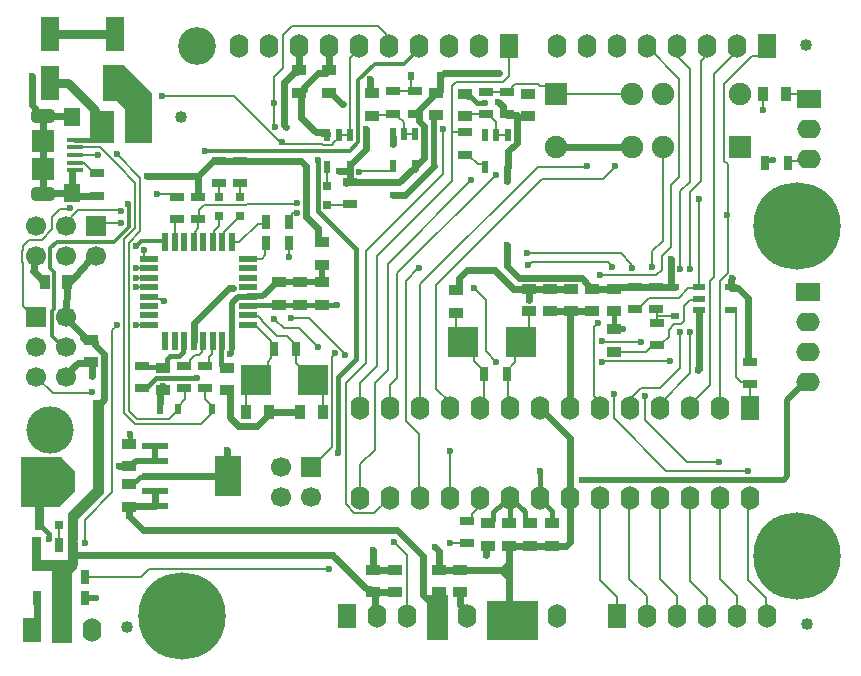
<source format=gtl>
G04*
G04 #@! TF.GenerationSoftware,Altium Limited,Altium Designer,23.2.1 (34)*
G04*
G04 Layer_Physical_Order=1*
G04 Layer_Color=255*
%FSLAX44Y44*%
%MOMM*%
G71*
G04*
G04 #@! TF.SameCoordinates,4F847AC2-02D0-4AD0-BDAF-0AB3E8A313E0*
G04*
G04*
G04 #@! TF.FilePolarity,Positive*
G04*
G01*
G75*
%ADD10C,0.5000*%
%ADD11C,0.2000*%
%ADD12C,0.3000*%
%ADD14C,0.4000*%
%ADD15R,1.3000X0.9000*%
%ADD16R,0.8000X0.8000*%
%ADD17R,1.3000X0.7000*%
%ADD18R,0.5500X1.0000*%
%ADD19R,0.9000X1.3000*%
%ADD20R,2.2000X3.5000*%
%ADD21R,2.2000X0.6000*%
%ADD22R,0.8000X0.8000*%
%ADD23R,0.7000X1.3000*%
%ADD24R,0.5500X1.5000*%
%ADD25R,1.5000X0.5500*%
%ADD26R,2.5000X2.6000*%
%ADD27R,1.0000X0.5500*%
%ADD28R,1.6000X3.0000*%
%ADD29R,2.0000X2.7000*%
%ADD30R,1.9000X1.9000*%
%ADD31R,1.4000X1.6000*%
%ADD32R,1.3500X0.4000*%
%ADD33R,0.6858X0.5588*%
%ADD34R,0.5588X0.6858*%
%ADD35R,0.6000X0.9000*%
%ADD58C,1.9000*%
%ADD59R,1.9000X1.9000*%
%ADD70C,1.0160*%
%ADD71C,0.6000*%
%ADD72C,0.8000*%
%ADD73C,1.7000*%
%ADD74R,1.7000X1.7000*%
%ADD75R,1.7000X1.7000*%
%ADD76C,4.0000*%
%ADD77O,1.6000X2.0000*%
%ADD78R,1.6000X2.0000*%
%ADD79O,2.0000X1.6000*%
%ADD80R,2.0000X1.6000*%
%ADD81C,3.2000*%
%ADD82C,7.4000*%
G04:AMPARAMS|DCode=83|XSize=2mm|YSize=1.2mm|CornerRadius=0.36mm|HoleSize=0mm|Usage=FLASHONLY|Rotation=0.000|XOffset=0mm|YOffset=0mm|HoleType=Round|Shape=RoundedRectangle|*
%AMROUNDEDRECTD83*
21,1,2.0000,0.4800,0,0,0.0*
21,1,1.2800,1.2000,0,0,0.0*
1,1,0.7200,0.6400,-0.2400*
1,1,0.7200,-0.6400,-0.2400*
1,1,0.7200,-0.6400,0.2400*
1,1,0.7200,0.6400,0.2400*
%
%ADD83ROUNDEDRECTD83*%
%ADD84C,0.6000*%
G36*
X365000Y6000D02*
X364586Y5000D01*
X347000D01*
Y43067D01*
X365000D01*
Y6000D01*
D02*
G37*
G36*
X441000Y5000D02*
X398000D01*
Y38000D01*
X441000D01*
Y5000D01*
D02*
G37*
G36*
X38750Y158750D02*
X49500Y148000D01*
Y131250D01*
X36000Y117750D01*
X23500D01*
Y99709D01*
X22750Y98750D01*
X15750D01*
Y117500D01*
X16250Y118000D01*
X3250D01*
Y160000D01*
X38750D01*
Y158750D01*
D02*
G37*
G36*
X74000Y130000D02*
X56000Y112000D01*
X51750Y107750D01*
Y89297D01*
X51500Y88694D01*
Y86306D01*
X51750Y85703D01*
Y68000D01*
X51000D01*
Y66000D01*
X47000Y62000D01*
Y3000D01*
X30000D01*
Y63750D01*
X13000D01*
Y92250D01*
X21000D01*
Y72750D01*
X43250D01*
Y112250D01*
X65000Y134000D01*
Y208714D01*
X74000D01*
X74000Y130000D01*
D02*
G37*
G36*
X115000Y468000D02*
X115000Y426000D01*
X92000D01*
Y455000D01*
X85000Y462000D01*
X73000D01*
Y492000D01*
X91000D01*
X115000Y468000D01*
D02*
G37*
D10*
X111982Y312018D02*
X112000Y312000D01*
X111984Y320016D02*
X112000Y320000D01*
X57500Y40500D02*
X67500D01*
X117250Y156700D02*
Y169400D01*
X101250Y156750D02*
X117200D01*
X117250Y156700D01*
X95000Y152500D02*
X97000D01*
X101250Y156750D01*
X182000Y290614D02*
X184000Y292614D01*
Y292614D01*
X182000Y258000D02*
Y290614D01*
X353250Y406250D02*
Y447750D01*
X196250Y296250D02*
X208250D01*
X220250Y308250D01*
X184000Y292614D02*
X187136Y295750D01*
X39000Y328271D02*
Y330600D01*
X649571Y141000D02*
X652500Y143929D01*
X478750Y141000D02*
X649571D01*
X195750Y295750D02*
X196250Y296250D01*
X220250Y308250D02*
X240250D01*
X187136Y295750D02*
X195750D01*
X652500Y143929D02*
Y208750D01*
X667750Y224000D02*
X669750D01*
X652500Y208750D02*
X667750Y224000D01*
X667400Y467500D02*
X671250Y463650D01*
X652750Y409925D02*
X653750Y410925D01*
X652750Y409000D02*
Y409925D01*
X669325Y410925D02*
X671250Y412850D01*
X258250Y308250D02*
Y323000D01*
X240250Y308250D02*
X258250D01*
D11*
X45174Y370432D02*
X45496Y370754D01*
X36462Y370432D02*
X45174D01*
X602000Y315865D02*
Y364500D01*
X595250Y309115D02*
X602000Y315865D01*
X595250Y201930D02*
Y309115D01*
X104595Y351345D02*
Y396655D01*
X95000Y199235D02*
Y341750D01*
X104595Y351345D01*
X108198Y328750D02*
X108948Y328000D01*
X108198Y328750D02*
Y335358D01*
X108948Y328000D02*
X112000D01*
X111877Y303877D02*
X112000Y304000D01*
X101009Y303754D02*
X101132Y303877D01*
X111841Y311877D02*
X111982Y312018D01*
X101123Y311877D02*
X111841D01*
X101000Y311754D02*
X101123Y311877D01*
X101132Y303877D02*
X111877D01*
X91000Y197500D02*
Y344756D01*
X100595Y354351D01*
X52227Y369000D02*
X88504D01*
X88754Y368750D01*
X100595Y354351D02*
Y392108D01*
X84750Y271265D02*
Y272250D01*
X81000Y267515D02*
X84750Y271265D01*
X81000Y130425D02*
Y267515D01*
X39227Y356000D02*
X52227Y369000D01*
X372386Y478000D02*
X411899D01*
X416560Y482660D01*
Y508000D01*
X368627Y474241D02*
X372386Y478000D01*
X368627Y435250D02*
Y474241D01*
X319072Y88322D02*
X330200Y77193D01*
X63250Y214250D02*
X64000Y215000D01*
X30450Y214250D02*
X63250D01*
X14000Y228200D02*
X16500D01*
X30450Y214250D01*
X84750Y416500D02*
X104595Y396655D01*
X70235Y422500D02*
X85415Y407320D01*
Y407288D02*
X100595Y392108D01*
X49375Y422500D02*
X70235D01*
X85415Y407288D02*
Y407320D01*
X69650Y358250D02*
X88754D01*
X133750Y382500D02*
X135750Y380500D01*
X118750Y382500D02*
X133750D01*
X226196Y269304D02*
X239196D01*
X218250Y277250D02*
X226196Y269304D01*
X223765Y426250D02*
X225332D01*
X184015Y466000D02*
X223265Y426750D01*
X224250D01*
X266993Y424750D02*
X268750Y426507D01*
X225332Y426250D02*
X226734Y424849D01*
X259007Y424750D02*
X266993D01*
X258909Y424849D02*
X259007Y424750D01*
X226734Y424849D02*
X258909D01*
X123000Y466000D02*
X184015D01*
X217750Y459518D02*
X218134Y459134D01*
Y440366D02*
Y459134D01*
Y440366D02*
X218500Y440000D01*
X520485Y321015D02*
X521250Y320250D01*
X511750Y332500D02*
X520485Y323765D01*
Y321015D02*
Y323765D01*
X432000Y332500D02*
X511750D01*
X322000Y315750D02*
X405500Y399250D01*
X339750Y320000D02*
X340750D01*
X322000Y227000D02*
Y315750D01*
X329250Y309500D02*
X339750Y320000D01*
X397404Y249846D02*
Y292846D01*
X387250Y303000D02*
X397404Y292846D01*
Y249846D02*
X406250Y241000D01*
X433000Y322750D02*
X433245D01*
X436172Y325676D01*
X355000Y305650D02*
X445101Y395750D01*
X496771D01*
X355000Y218023D02*
Y305650D01*
X329250Y190750D02*
Y309500D01*
X341250Y306250D02*
X441000Y406000D01*
X341250Y201930D02*
Y306250D01*
X441000Y406000D02*
X482000D01*
X100250Y188250D02*
X155750D01*
X91000Y197500D02*
X100250Y188250D01*
X155750D02*
X164250Y196750D01*
X57500Y106925D02*
X81000Y130425D01*
X101016Y320016D02*
X111983D01*
X111984Y320016D01*
X101000Y320031D02*
X101016Y320016D01*
X111812Y272188D02*
X112000Y272000D01*
X95000Y199235D02*
X101985Y192250D01*
X101000Y272375D02*
X101187Y272188D01*
X111812D01*
X113750Y294250D02*
X121161D01*
X123380Y292031D02*
X124333D01*
X112000Y296000D02*
X113750Y294250D01*
X121161D02*
X123380Y292031D01*
X67150Y355750D02*
X69650Y358250D01*
X538250Y334250D02*
X547250Y343250D01*
X538250Y320750D02*
Y334250D01*
X500906Y325426D02*
Y325676D01*
X504250Y321000D02*
Y322082D01*
X500906Y325426D02*
X504250Y322082D01*
X494250Y314000D02*
X541571D01*
X546250Y318679D01*
X436172Y325676D02*
X500906D01*
X232000Y278000D02*
X247470D01*
X275118Y250182D02*
X277967Y247332D01*
X269118Y246978D02*
Y247868D01*
X266750Y244610D02*
X269118Y246978D01*
X275118Y250182D02*
Y250353D01*
X247470Y278000D02*
X275118Y250353D01*
X266750Y168250D02*
Y244610D01*
X277967Y246250D02*
Y247332D01*
X601250Y365250D02*
X602000Y366000D01*
X601250Y365250D02*
X602000Y364500D01*
Y366000D02*
Y407843D01*
X598750Y411093D02*
X602000Y407843D01*
X496250Y257750D02*
X528500D01*
X528750Y257500D01*
X496000Y258000D02*
X496250Y257750D01*
X236382Y366382D02*
X237000Y367000D01*
X234132Y366382D02*
X236382D01*
X236500Y374500D02*
X237000Y375000D01*
X195743Y374500D02*
X236500D01*
X194493Y373250D02*
X195743Y374500D01*
X230250Y362500D02*
X234132Y366382D01*
X366650Y125730D02*
Y165150D01*
X174000Y342000D02*
X175746Y343746D01*
Y350746D02*
X189250Y364250D01*
X175746Y343746D02*
Y350746D01*
X488500Y212057D02*
Y270571D01*
X493650Y201930D02*
Y206907D01*
X488500Y212057D02*
X493650Y206907D01*
X488500Y270571D02*
X491802Y273873D01*
X496500Y241250D02*
X553000D01*
X491802Y273873D02*
Y274000D01*
X496000Y240750D02*
X496500Y241250D01*
X553000D02*
X553500Y241750D01*
X505500Y193000D02*
Y213500D01*
Y193000D02*
X550000Y148500D01*
X539000Y285000D02*
X541250D01*
X541500Y285250D01*
X561750Y264892D02*
Y265750D01*
X541750Y256500D02*
X546250D01*
X551907Y262157D01*
Y267907D01*
X556750Y272750D02*
X562572D01*
X551907Y267907D02*
X556750Y272750D01*
X561816Y235916D02*
Y264826D01*
X561750Y264892D02*
X561816Y264826D01*
X544899Y219000D02*
X561816Y235916D01*
X217750Y459518D02*
Y482021D01*
X225360Y489631D01*
X154250Y368907D02*
X158593Y373250D01*
X194493D01*
X230250Y359500D02*
Y362500D01*
X239196Y269304D02*
X255500Y253000D01*
X249900Y151400D02*
X266750Y168250D01*
X230250Y341750D02*
X230250Y341750D01*
X230250Y329250D02*
Y341750D01*
X268750Y426507D02*
Y426750D01*
X272500Y430500D01*
Y432750D01*
X263000Y389750D02*
Y405750D01*
X263000Y405750D02*
X263000Y405750D01*
X282000Y435000D02*
Y497657D01*
X290000Y401341D02*
X291082D01*
X291991Y402250D01*
X316500D01*
X318250Y404000D01*
Y406250D01*
X531899Y191850D02*
Y212000D01*
Y191850D02*
X567500Y156250D01*
X519050Y201930D02*
X521346Y204226D01*
Y211346D01*
X529000Y219000D02*
X544899D01*
X521346Y211346D02*
X529000Y219000D01*
X29750Y352887D02*
Y363721D01*
X21114Y344250D02*
X29750Y352887D01*
Y363721D02*
X36462Y370432D01*
X18571Y344000D02*
X18821Y344250D01*
X21114D01*
X5000Y288000D02*
Y325437D01*
Y335263D02*
Y338970D01*
Y288000D02*
X14000Y279000D01*
X5000Y338970D02*
X10029Y344000D01*
X4850Y325587D02*
Y335113D01*
X5000Y335263D01*
X4850Y325587D02*
X5000Y325437D01*
X330200Y25400D02*
Y77193D01*
X264000Y65750D02*
X264750Y65000D01*
X112250Y65750D02*
X264000D01*
X302850Y112730D02*
X315850Y125730D01*
X285894Y112730D02*
X302850D01*
X278450Y120174D02*
X285894Y112730D01*
X278450Y120174D02*
Y222450D01*
X290850Y126130D02*
Y154100D01*
X303000Y166250D01*
Y223000D01*
X290450Y125730D02*
X290850Y126130D01*
X105000Y58500D02*
X112250Y65750D01*
X57500Y87500D02*
Y106925D01*
X57500Y58500D02*
X105000D01*
X129000Y192250D02*
X135500Y198750D01*
X101985Y192250D02*
X129000D01*
X217750Y249000D02*
X217750D01*
X216250Y250500D02*
X217750Y252000D01*
X216250Y247500D02*
Y250500D01*
X216250Y247500D02*
X216250D01*
X215750Y243750D02*
Y247000D01*
X216250Y247500D01*
X215750Y248000D02*
X216250Y247500D01*
X202750Y271250D02*
X215750Y258250D01*
X216250Y247500D02*
X217750Y249000D01*
X212618Y240618D02*
X215750Y243750D01*
Y248000D02*
Y258250D01*
X303000Y223000D02*
X314000Y234000D01*
X551143Y335250D02*
X551321D01*
X554250Y338179D02*
Y390250D01*
X546250Y318679D02*
Y330357D01*
X551321Y335250D02*
X554250Y338179D01*
Y390250D02*
X561000Y397000D01*
X546250Y330357D02*
X551143Y335250D01*
X561000Y397000D02*
Y480400D01*
X533400Y508000D02*
X561000Y480400D01*
X547250Y343250D02*
Y422250D01*
X561750Y319250D02*
Y385135D01*
X569750Y319250D02*
Y384649D01*
X68250Y416000D02*
X68750Y415500D01*
X49375Y416000D02*
X68250D01*
X355000Y218023D02*
X366650Y206373D01*
X164250Y196750D02*
Y201750D01*
X135500Y200250D02*
X136500Y201250D01*
X135500Y198750D02*
Y200250D01*
X136500Y201250D02*
Y202750D01*
X296000Y240000D02*
Y335000D01*
X278450Y222450D02*
X296000Y240000D01*
Y335000D02*
X360750Y399750D01*
X305000Y237000D02*
Y330000D01*
X290450Y201930D02*
Y222450D01*
X305000Y237000D01*
Y330000D02*
X368627Y393627D01*
Y435250D01*
X315850Y220850D02*
X322000Y227000D01*
X315850Y201930D02*
Y220850D01*
X314000Y234000D02*
Y323400D01*
X204657Y279250D02*
X207500Y276407D01*
Y275603D02*
X220603Y262500D01*
X229250D01*
X207500Y275603D02*
Y276407D01*
X196000Y272000D02*
X196750Y271250D01*
X202750D01*
X541750Y274000D02*
Y279558D01*
Y285000D01*
X533250Y249500D02*
X538750Y255000D01*
X541750D01*
X340750Y126230D02*
Y179250D01*
Y126230D02*
X341250Y125730D01*
X329250Y190750D02*
X340750Y179250D01*
X314000Y323400D02*
X385000Y394399D01*
X229250Y262500D02*
X236750Y255000D01*
X385000Y394399D02*
Y394750D01*
X196750Y279250D02*
X204657D01*
X236750Y239500D02*
X240250Y236000D01*
X240750D02*
X251250Y225500D01*
X236750Y239500D02*
Y255000D01*
X240250Y236000D02*
X240750D01*
X251250Y225000D02*
X259250Y217000D01*
X251250Y225000D02*
Y225500D01*
X212618Y236000D02*
Y240618D01*
X203618Y227000D02*
X212618Y236000D01*
X199000Y227000D02*
X203618D01*
X599000Y473092D02*
Y476000D01*
X598750Y411093D02*
Y472842D01*
X599000Y473092D01*
Y476000D02*
X622905Y499905D01*
X590000Y484750D02*
X609600Y504350D01*
X590000Y312351D02*
Y484750D01*
X586750Y309101D02*
X590000Y312351D01*
X577875Y303875D02*
Y378875D01*
X578000Y379000D01*
X570000Y393385D02*
Y489000D01*
X579000Y393899D02*
Y495407D01*
X569750Y384649D02*
X579000Y393899D01*
X561750Y385135D02*
X570000Y393385D01*
X577000Y303000D02*
X577875Y303875D01*
X210500Y341000D02*
X211250Y341750D01*
X210500Y331000D02*
Y341000D01*
X207500Y328000D02*
X210500Y331000D01*
X196000Y328000D02*
X207500D01*
X561096Y497904D02*
X570000Y489000D01*
X579000Y495407D02*
X581904Y498311D01*
Y505704D01*
X586750Y220830D02*
Y309101D01*
X581904Y505704D02*
X584200Y508000D01*
X360750Y399750D02*
Y437750D01*
X194250Y198000D02*
Y222250D01*
X199000Y227000D01*
X196000Y280000D02*
X196750Y279250D01*
X570000Y231000D02*
Y265500D01*
X569750Y265750D02*
X570000Y265500D01*
X565134Y275312D02*
Y288291D01*
X562572Y272750D02*
X565134Y275312D01*
X368627Y435250D02*
X379250D01*
X164250Y201750D02*
X165250Y202750D01*
X632000Y454000D02*
Y467500D01*
X632000Y467500D01*
X629000Y500000D02*
X635000Y506000D01*
X622905Y499905D02*
X626657D01*
X626752Y500000D02*
X629000D01*
X626657Y499905D02*
X626752Y500000D01*
X558800Y508000D02*
X561096Y505704D01*
Y497904D02*
Y505704D01*
X635000Y506000D02*
Y508000D01*
X609600Y504350D02*
Y508000D01*
X225360Y489631D02*
Y517360D01*
X233000Y525000D02*
X306000D01*
X312664Y518336D01*
Y510296D02*
X314960Y508000D01*
X312664Y510296D02*
Y518336D01*
X225360Y517360D02*
X233000Y525000D01*
X289560Y505217D02*
Y508000D01*
X282000Y497657D02*
X289560Y505217D01*
X272500Y432750D02*
X281250D01*
Y434250D01*
X282000Y435000D01*
X443157Y474000D02*
X449500D01*
X421843Y476000D02*
X441157D01*
X443157Y474000D01*
X449500D02*
X456250Y467250D01*
X419500Y470750D02*
Y473657D01*
X421843Y476000D01*
X418000Y469250D02*
X419500Y470750D01*
X397250Y469250D02*
X418000D01*
X544450Y205450D02*
X570000Y231000D01*
X569850Y201930D02*
Y203930D01*
X586750Y220830D01*
X366650Y201930D02*
Y206373D01*
X550000Y148500D02*
X619250D01*
X619250Y148500D01*
X567500Y156250D02*
X595000D01*
X544450Y201930D02*
Y205450D01*
X565134Y288291D02*
X570343Y293500D01*
X577000D01*
X367375Y87125D02*
X380875D01*
X381000Y87000D01*
X367250Y87250D02*
X367375Y87125D01*
X505500Y249500D02*
X533250D01*
X577000Y293500D02*
X577750Y294250D01*
X164250Y203750D02*
X165250Y202750D01*
X164250Y203750D02*
Y204500D01*
X159750Y209000D02*
X164250Y204500D01*
X159750Y209000D02*
Y218250D01*
X165250Y257250D02*
X166000Y258000D01*
X151000Y246500D02*
X154407D01*
X157250Y249343D01*
X165250Y247000D02*
Y257250D01*
X145000Y237250D02*
X146500Y238750D01*
X163118D02*
Y244868D01*
X165250Y247000D01*
X146500Y242000D02*
X151000Y246500D01*
X157250Y249343D02*
Y257250D01*
X146500Y238750D02*
Y242000D01*
X159750Y237250D02*
X161618D01*
X163118Y238750D01*
X153750Y361500D02*
X154250Y362000D01*
Y368907D01*
X496771Y395750D02*
X507000Y405979D01*
Y406250D01*
X188407Y341907D02*
X204093Y357593D01*
X182000Y342000D02*
X182093Y341907D01*
X204093Y357593D02*
X209750D01*
X211250Y359093D01*
Y359500D01*
X182093Y341907D02*
X188407D01*
X535797Y295203D02*
X560641D01*
X568438Y303000D01*
X528000Y287407D02*
X535797Y295203D01*
X482000Y406000D02*
X482500Y406500D01*
X259250Y198000D02*
Y217000D01*
X171250Y392000D02*
X171500Y391750D01*
Y380250D02*
Y391750D01*
X189000Y392000D02*
X189250Y391750D01*
Y380250D02*
Y391750D01*
X166750Y351142D02*
X171500Y355892D01*
X166750Y342750D02*
Y351142D01*
X171500Y355892D02*
Y364250D01*
X166000Y342000D02*
X166750Y342750D01*
X150750D02*
Y350657D01*
X150000Y342000D02*
X150750Y342750D01*
X153750Y353657D02*
Y361500D01*
X150750Y350657D02*
X153750Y353657D01*
X134000Y360000D02*
X135500Y361500D01*
X134000Y342000D02*
Y360000D01*
X135500Y361500D02*
X135750D01*
X63250Y401750D02*
Y403532D01*
X64750Y400250D02*
X67750D01*
X49375Y409500D02*
X57282D01*
X63250Y403532D01*
Y401750D02*
X64750Y400250D01*
X142750Y209000D02*
Y217500D01*
X142000Y218250D02*
X142750Y217500D01*
X136500Y202750D02*
X142750Y209000D01*
X142000Y237250D02*
X145000D01*
X157250Y257250D02*
X158000Y258000D01*
X568438Y303000D02*
X577000D01*
X526500Y285250D02*
X528000Y286750D01*
Y287407D01*
X523500Y285250D02*
X526500D01*
X387539Y241054D02*
X393843Y234750D01*
X387539Y241054D02*
Y247461D01*
X377750Y257250D02*
X387539Y247461D01*
X415000Y233250D02*
X422343Y240593D01*
Y252843D02*
X433500Y264000D01*
X422343Y240593D02*
Y252843D01*
X415000Y230250D02*
Y233250D01*
X393843Y234750D02*
X394500D01*
X372000Y262500D02*
Y282250D01*
X394500Y234750D02*
X396000Y233250D01*
Y211127D02*
Y233250D01*
X433500Y264000D02*
Y283500D01*
X416225Y203155D02*
Y229025D01*
X415000Y230250D02*
X416225Y229025D01*
Y203155D02*
X417450Y201930D01*
X392050Y207177D02*
X396000Y211127D01*
X392050Y201930D02*
Y207177D01*
X379250Y448500D02*
X381000Y450250D01*
X399000D01*
X405500Y443750D01*
X406250Y432750D02*
X415750D01*
X405500Y433500D02*
Y443750D01*
Y433500D02*
X406250Y432750D01*
X456250Y467250D02*
X521250D01*
X10029Y344000D02*
X18571D01*
X541750Y279558D02*
X557500D01*
X389000Y115000D02*
Y115403D01*
X389717Y123398D02*
X392050Y125730D01*
X385595Y107595D02*
Y111595D01*
X389000Y115000D01*
Y115403D02*
X389717Y116121D01*
Y123398D01*
X384000Y106000D02*
X385595Y107595D01*
X381000Y106000D02*
X384000D01*
X263125Y373875D02*
X281875D01*
X263000Y373750D02*
X263125Y373875D01*
X281875D02*
X282000Y374000D01*
X604750Y284750D02*
X607000D01*
X609000Y227750D02*
Y282750D01*
X607000Y284750D02*
X609000Y282750D01*
Y227750D02*
X613405Y223345D01*
X619155D01*
X620750Y221750D01*
X35693Y102500D02*
X36000Y85750D01*
X609600Y25400D02*
Y42150D01*
X595250Y56500D02*
Y125730D01*
Y56500D02*
X609600Y42150D01*
X619495Y56005D02*
Y124575D01*
Y56005D02*
X634287Y41213D01*
Y26113D02*
Y41213D01*
X493650Y56350D02*
X508000Y42000D01*
Y25400D02*
Y42000D01*
X493650Y56350D02*
Y125730D01*
X558800Y25400D02*
Y42450D01*
X544750Y56500D02*
Y125430D01*
Y56500D02*
X558800Y42450D01*
X518750Y57000D02*
Y125430D01*
Y57000D02*
X533400Y42350D01*
Y25400D02*
Y42350D01*
X301000Y449000D02*
X301875Y449875D01*
X327750Y433250D02*
X337250D01*
X334058Y470750D02*
X335058Y469750D01*
X319000D02*
X335058D01*
X334058Y470750D02*
Y483000D01*
X335058Y469750D02*
X337000D01*
X323000Y448386D02*
X327750Y443636D01*
Y433250D02*
Y443636D01*
X301875Y449875D02*
X318125D01*
X319000Y450750D01*
X322000D01*
X323000Y449750D01*
Y448386D02*
Y449750D01*
X390250Y408250D02*
X396500D01*
X396750Y408000D01*
X382250Y416250D02*
X390250Y408250D01*
X396750Y405750D02*
Y408000D01*
X379250Y416250D02*
X382250D01*
X651000Y467500D02*
X667400D01*
X653750Y410925D02*
X669325D01*
X620650Y201930D02*
Y221650D01*
X620750Y221750D01*
X634287Y26113D02*
X635000Y25400D01*
X619495Y124575D02*
X620650Y125730D01*
X569850D02*
X570250Y125330D01*
Y55000D02*
Y125330D01*
Y55000D02*
X584200Y41050D01*
Y25400D02*
Y41050D01*
X544450Y125730D02*
X544750Y125430D01*
X518750D02*
X519050Y125730D01*
D12*
X101000Y339188D02*
X101812D01*
X105305Y342682D01*
X95169Y371527D02*
X95254Y371442D01*
X95169Y371527D02*
Y374176D01*
X94595Y374750D02*
X95169Y374176D01*
X95254Y355558D02*
Y371442D01*
X95169Y355289D02*
Y355473D01*
X82380Y342500D02*
X95169Y355289D01*
Y355473D02*
X95254Y355558D01*
X105305Y342682D02*
X124750D01*
X281849Y419500D02*
X289000Y426651D01*
X159750Y419500D02*
X281849D01*
X125432Y342000D02*
X126000D01*
X124750Y342682D02*
X125432Y342000D01*
X33930Y342500D02*
X82380D01*
X289000Y479192D02*
X303160Y493353D01*
X289000Y426651D02*
Y479192D01*
X32000Y285571D02*
Y316700D01*
X30150Y262850D02*
Y283721D01*
X32000Y285571D01*
X30150Y262850D02*
X39400Y253600D01*
X28350Y320350D02*
X32000Y316700D01*
X28350Y320350D02*
Y336921D01*
X33930Y342500D01*
X327713Y493353D02*
X340360Y506000D01*
Y508000D01*
X303160Y493353D02*
X327713D01*
D14*
X27000Y90500D02*
Y95193D01*
X19693Y102500D02*
X27000Y95193D01*
X381750Y465000D02*
X384250D01*
X389500Y459750D02*
X396250D01*
X384250Y465000D02*
X389500Y459750D01*
X377500Y467500D02*
X381250D01*
X379250D02*
X381750Y465000D01*
X117843Y227000D02*
X152500D01*
X255000Y368093D02*
Y411250D01*
X254750Y411500D02*
X255000Y411250D01*
X175821Y235500D02*
X179500D01*
X181250Y248470D02*
Y257250D01*
X180321Y247541D02*
X181250Y248470D01*
Y257250D02*
X182000Y258000D01*
X180321Y247000D02*
Y247541D01*
X173321Y257321D02*
X174000Y258000D01*
X173321Y238000D02*
Y257321D01*
Y238000D02*
X175821Y235500D01*
X633750Y409000D02*
X635250Y410500D01*
Y411500D02*
X640000D01*
X635250Y410500D02*
Y411500D01*
X505500Y268500D02*
X513500D01*
X513750Y268750D01*
X505500Y268500D02*
X505500Y268500D01*
X505500Y268500D02*
Y283500D01*
X255000Y368093D02*
X287000Y336093D01*
X222250Y289288D02*
X270962D01*
X196750Y288750D02*
X203343D01*
X203843Y289250D01*
X222250D01*
X196000Y288000D02*
X196750Y288750D01*
X270962Y289288D02*
X271250Y289000D01*
X179500Y235500D02*
X180000Y235000D01*
X152500Y227000D02*
X152750Y227250D01*
X49000Y85601D02*
Y87500D01*
X104000Y143000D02*
X116250D01*
X117250Y144000D01*
X97500Y139750D02*
X100750D01*
X104000Y143000D01*
X95000Y171500D02*
X95750Y172250D01*
Y180000D01*
X95000Y137250D02*
X97500Y139750D01*
X64000Y429000D02*
Y432000D01*
X431000Y467500D02*
X435000D01*
X287000Y243101D02*
Y336093D01*
X272000Y228100D02*
X287000Y243101D01*
X272000Y164000D02*
Y228100D01*
X113500Y222657D02*
X117843Y227000D01*
X377250Y467250D02*
X377500Y467500D01*
X442925Y147925D02*
X443000Y148000D01*
X442850Y125730D02*
X442925Y125805D01*
Y147925D01*
X442850Y124900D02*
Y125730D01*
X49375Y429000D02*
X64000D01*
X109250Y218250D02*
X113500Y222500D01*
X106250Y218250D02*
X109250D01*
X113500Y222500D02*
Y222657D01*
X127703Y243282D02*
X130047Y245625D01*
X124000Y235500D02*
X125203D01*
X127703Y238000D02*
Y243282D01*
X137532Y245625D02*
X141250Y249343D01*
X130047Y245625D02*
X137532D01*
X125203Y235500D02*
X127703Y238000D01*
X106250Y237250D02*
X107125Y236375D01*
X123125D01*
X124000Y235500D01*
X141250Y249343D02*
Y257250D01*
X142000Y258000D01*
X428407Y116343D02*
X430750Y114000D01*
X417450Y125730D02*
X418697D01*
X428084Y116343D01*
X428407D01*
X430750Y106750D02*
X433250Y104250D01*
X435000D01*
X430750Y106750D02*
Y114000D01*
X403500Y113500D02*
X411434Y121434D01*
X413154D02*
X417450Y125730D01*
X411434Y121434D02*
X413154D01*
X403500Y106750D02*
Y113500D01*
X399000Y104250D02*
X401000D01*
X403500Y106750D01*
X442850Y124900D02*
X453000Y114750D01*
Y104250D02*
Y114750D01*
X417000Y104250D02*
X417450Y104700D01*
Y125730D01*
D15*
X62750Y240250D02*
D03*
Y259250D02*
D03*
X95000Y137250D02*
D03*
Y118250D02*
D03*
X95000Y171500D02*
D03*
Y152500D02*
D03*
X505500Y302500D02*
D03*
Y283500D02*
D03*
Y249500D02*
D03*
Y268500D02*
D03*
X301750Y45750D02*
D03*
Y64750D02*
D03*
X320000Y45750D02*
D03*
Y64750D02*
D03*
X357500Y45750D02*
D03*
Y64750D02*
D03*
X375750Y45750D02*
D03*
Y64750D02*
D03*
X433000Y448500D02*
D03*
Y467500D02*
D03*
X379250Y448500D02*
D03*
Y467500D02*
D03*
X355000Y468500D02*
D03*
Y449500D02*
D03*
X222250Y308250D02*
D03*
Y289250D02*
D03*
X258250Y308250D02*
D03*
Y289250D02*
D03*
X240250Y308250D02*
D03*
Y289250D02*
D03*
X301000Y449000D02*
D03*
Y468000D02*
D03*
X177750Y235500D02*
D03*
Y216500D02*
D03*
X124000Y235500D02*
D03*
Y216500D02*
D03*
X264500Y468500D02*
D03*
Y487500D02*
D03*
X451500Y283500D02*
D03*
Y302500D02*
D03*
X469750Y283500D02*
D03*
Y302500D02*
D03*
X238750Y487750D02*
D03*
Y468750D02*
D03*
X435000Y104250D02*
D03*
Y85250D02*
D03*
X417000Y104250D02*
D03*
Y85250D02*
D03*
X453000Y104250D02*
D03*
Y85250D02*
D03*
X372000Y282250D02*
D03*
Y301250D02*
D03*
X433500Y283500D02*
D03*
Y302500D02*
D03*
X258250Y323000D02*
D03*
Y342000D02*
D03*
X487500Y283500D02*
D03*
Y302500D02*
D03*
X399000Y104250D02*
D03*
Y85250D02*
D03*
D16*
X263000Y389750D02*
D03*
Y373750D02*
D03*
X171500Y380250D02*
D03*
Y364250D02*
D03*
X189250Y380250D02*
D03*
Y364250D02*
D03*
D17*
X282000Y374000D02*
D03*
Y393000D02*
D03*
X106250Y237250D02*
D03*
Y218250D02*
D03*
X620750Y240750D02*
D03*
Y221750D02*
D03*
X523500Y304250D02*
D03*
Y285250D02*
D03*
X541500Y304250D02*
D03*
Y285250D02*
D03*
X541750Y255000D02*
D03*
Y274000D02*
D03*
X415000Y450250D02*
D03*
Y469250D02*
D03*
X379250Y435250D02*
D03*
Y416250D02*
D03*
X397250Y450250D02*
D03*
Y469250D02*
D03*
X153750Y380500D02*
D03*
Y361500D02*
D03*
X171250Y411000D02*
D03*
Y392000D02*
D03*
X189000Y411000D02*
D03*
Y392000D02*
D03*
X337000Y450750D02*
D03*
Y469750D02*
D03*
X319000Y450750D02*
D03*
Y469750D02*
D03*
X135750Y380500D02*
D03*
Y361500D02*
D03*
X159750Y237250D02*
D03*
Y218250D02*
D03*
X142000Y237250D02*
D03*
Y218250D02*
D03*
X67750Y381250D02*
D03*
Y400250D02*
D03*
X381000Y87000D02*
D03*
Y106000D02*
D03*
D18*
X263000Y405750D02*
D03*
X282000D02*
D03*
X263000Y432750D02*
D03*
X272500D02*
D03*
X282000D02*
D03*
X415750Y432750D02*
D03*
X406250D02*
D03*
X396750D02*
D03*
X415750Y405750D02*
D03*
X396750D02*
D03*
X337250Y433250D02*
D03*
X327750D02*
D03*
X318250D02*
D03*
X337250Y406250D02*
D03*
X318250D02*
D03*
D19*
X43000Y308750D02*
D03*
X24000D02*
D03*
X259250Y198000D02*
D03*
X240250D02*
D03*
X194250D02*
D03*
X213250D02*
D03*
X651000Y467500D02*
D03*
X632000D02*
D03*
D20*
X179250Y144000D02*
D03*
D21*
X117250Y118600D02*
D03*
Y131300D02*
D03*
Y144000D02*
D03*
Y156700D02*
D03*
Y169400D02*
D03*
D22*
X35693Y102500D02*
D03*
X19693D02*
D03*
D23*
X17000Y85750D02*
D03*
X36000D02*
D03*
X38500Y58500D02*
D03*
X57500D02*
D03*
Y40500D02*
D03*
X38500D02*
D03*
X36000D02*
D03*
X17000D02*
D03*
X396000Y230250D02*
D03*
X415000D02*
D03*
X236750Y252000D02*
D03*
X217750D02*
D03*
X230250Y359500D02*
D03*
X211250D02*
D03*
X230250Y341750D02*
D03*
X211250D02*
D03*
X652750Y409000D02*
D03*
X633750D02*
D03*
D24*
X182000Y258000D02*
D03*
X174000D02*
D03*
X166000D02*
D03*
X158000D02*
D03*
X150000D02*
D03*
X142000D02*
D03*
X134000D02*
D03*
X126000D02*
D03*
Y342000D02*
D03*
X134000D02*
D03*
X142000D02*
D03*
X150000D02*
D03*
X158000D02*
D03*
X166000D02*
D03*
X174000D02*
D03*
X182000D02*
D03*
D25*
X112000Y272000D02*
D03*
Y280000D02*
D03*
Y288000D02*
D03*
Y296000D02*
D03*
Y304000D02*
D03*
Y312000D02*
D03*
Y320000D02*
D03*
Y328000D02*
D03*
X196000D02*
D03*
Y320000D02*
D03*
Y312000D02*
D03*
Y304000D02*
D03*
Y296000D02*
D03*
Y288000D02*
D03*
Y280000D02*
D03*
Y272000D02*
D03*
D26*
X377750Y257250D02*
D03*
X426750D02*
D03*
X251250Y225000D02*
D03*
X202250D02*
D03*
D27*
X577750Y303750D02*
D03*
Y294250D02*
D03*
Y284750D02*
D03*
X604750Y303750D02*
D03*
Y284750D02*
D03*
D28*
X28000Y477250D02*
D03*
Y518250D02*
D03*
X83250Y477000D02*
D03*
Y518000D02*
D03*
D29*
X72000Y440000D02*
D03*
X104000D02*
D03*
D30*
X22625Y404000D02*
D03*
Y428000D02*
D03*
D31*
X47125Y384000D02*
D03*
Y448000D02*
D03*
D32*
X49375Y403000D02*
D03*
Y409500D02*
D03*
Y416000D02*
D03*
Y422500D02*
D03*
Y429000D02*
D03*
D33*
X557500Y303942D02*
D03*
Y279558D02*
D03*
D34*
X358442Y483000D02*
D03*
X334058D02*
D03*
D35*
X180250Y201250D02*
D03*
X165250D02*
D03*
X121500D02*
D03*
X136500D02*
D03*
D58*
X547250Y422250D02*
D03*
Y467250D02*
D03*
X612250D02*
D03*
X456250Y422250D02*
D03*
X521250D02*
D03*
Y467250D02*
D03*
D59*
X612250Y422250D02*
D03*
X456250Y467250D02*
D03*
D70*
X139500Y447750D02*
D03*
X668500Y509250D02*
D03*
X669500Y19000D02*
D03*
X93000Y16500D02*
D03*
D71*
X605000Y304000D02*
Y310380D01*
X606000Y311380D01*
X107021Y98250D02*
X322000D01*
X468250Y201930D02*
Y282000D01*
X469750Y283500D01*
X487500D01*
X451500D02*
X469750D01*
X344000Y43000D02*
Y76250D01*
X322000Y98250D02*
X344000Y76250D01*
X74250Y209011D02*
Y247250D01*
X68000Y202761D02*
X74250Y209011D01*
X66250Y255250D02*
X74250Y247250D01*
X124000Y216500D02*
Y220000D01*
X123000Y216500D02*
X124000D01*
X110483Y397812D02*
X153812D01*
X189000Y411000D02*
X240500D01*
X171250D02*
X189000D01*
X240500D02*
X245000Y406500D01*
X415500Y321500D02*
Y339500D01*
Y321500D02*
X425000Y312000D01*
X404750Y318250D02*
X420343Y302657D01*
X381000Y318250D02*
X404750D01*
X374610Y311861D02*
X381000Y318250D01*
X64000Y229000D02*
Y238750D01*
X62750D02*
X64000D01*
X61250Y240250D02*
Y240500D01*
Y240250D02*
X62750Y238750D01*
X87000Y152750D02*
X94750D01*
X245000Y363750D02*
X254750Y354000D01*
X245000Y363750D02*
Y406500D01*
X254750Y343500D02*
Y354000D01*
X256250Y342000D02*
X258250D01*
X254750Y343500D02*
X256250Y342000D01*
X166500Y410500D02*
X170750D01*
X153000Y397000D02*
X166500Y410500D01*
X170750D02*
X171250Y411000D01*
X241000Y447250D02*
Y467250D01*
X253250Y435000D02*
X258620D01*
X241000Y447250D02*
X253250Y435000D01*
X258870Y434750D02*
X262750D01*
X263000Y434500D01*
X258620Y435000D02*
X258870Y434750D01*
X239500Y468750D02*
X241000Y467250D01*
X282000Y402250D02*
Y405750D01*
Y393000D02*
Y402250D01*
X281750Y402000D02*
X282000Y402250D01*
X273000Y402000D02*
X281750D01*
X255000Y485000D02*
X262000D01*
X243250Y471250D02*
Y473250D01*
X226765Y440985D02*
Y477765D01*
Y440985D02*
X228000Y439750D01*
X262000Y485000D02*
X264500Y487500D01*
X226765Y477765D02*
X235250Y486250D01*
X238750Y468750D02*
X240750D01*
X243250Y473250D02*
X255000Y485000D01*
X240750Y468750D02*
X243250Y471250D01*
X282000Y405750D02*
Y407500D01*
X318500Y425250D02*
Y431250D01*
Y425250D02*
X318500Y425250D01*
X329000Y382000D02*
X353250Y406250D01*
X319000Y382000D02*
X329000D01*
X295500Y421000D02*
Y437500D01*
X264500Y468500D02*
X266500D01*
X275750Y459250D01*
X276000D01*
X282250Y407750D02*
X295500Y421000D01*
X95271Y110000D02*
X107021Y98250D01*
X14750Y318000D02*
Y329450D01*
X14250Y329950D02*
X14750Y329450D01*
X299500Y469500D02*
X301000Y468000D01*
X299500Y469500D02*
Y480500D01*
X22000Y392000D02*
Y426000D01*
X14250Y318000D02*
X21250Y311000D01*
Y309000D02*
Y311000D01*
X58000Y259500D02*
X60000D01*
X39400Y279000D02*
X41000Y280600D01*
X56500Y261000D02*
Y263500D01*
X61250Y260250D02*
X63750D01*
X39400Y279000D02*
X41000D01*
X56500Y261000D02*
X58000Y259500D01*
X41000Y279000D02*
X56500Y263500D01*
X51585Y239687D02*
X60437D01*
X42150Y227950D02*
Y230252D01*
X51585Y239687D01*
X60437D02*
X61250Y240500D01*
X66250Y255250D02*
Y257750D01*
X63750Y260250D02*
X66250Y257750D01*
X43000Y308750D02*
X45723Y308951D01*
X64400Y330600D01*
X49875Y381250D02*
X67750D01*
X61750Y380750D02*
X67250D01*
X22000Y383625D02*
Y392000D01*
Y383625D02*
X22625Y383000D01*
X67250Y380750D02*
X67750Y381250D01*
X121500Y206250D02*
Y215000D01*
X123000Y216500D01*
X95000Y110000D02*
X95271D01*
X413000Y66250D02*
X415668Y68918D01*
X354430Y83820D02*
X357500Y80750D01*
Y64750D02*
Y80750D01*
X95000Y118250D02*
X95000Y118250D01*
Y110000D02*
Y118250D01*
X95000Y118250D02*
X95175Y118425D01*
X355600Y25400D02*
Y30377D01*
X351640Y34337D02*
X355600Y30377D01*
X351640Y34337D02*
Y35360D01*
X344000Y43000D02*
X351640Y35360D01*
X267117Y77383D02*
X296250Y48250D01*
X265703Y77383D02*
X267117D01*
X265586Y77500D02*
X265703Y77383D01*
X46687Y77500D02*
X265586D01*
X296250Y48250D02*
X299250D01*
X417071Y36071D02*
Y85179D01*
X375750Y64750D02*
X414306D01*
X301500Y81250D02*
X301750Y81000D01*
X299250Y48250D02*
X301750Y45750D01*
X301775D01*
X320000D01*
X412500Y61750D02*
X415168Y59082D01*
X301750Y66250D02*
Y81000D01*
X357500Y64750D02*
X375750D01*
X300250Y64750D02*
X320000D01*
X300250D02*
X301750Y66250D01*
X95175Y118425D02*
X117075D01*
X94750Y152750D02*
X95000Y152500D01*
X178250Y165750D02*
Y166000D01*
Y165750D02*
X178500Y165500D01*
Y144750D02*
X179250Y144000D01*
X178500Y144750D02*
Y165500D01*
X117250Y144000D02*
X179250D01*
X180375Y193804D02*
X187679Y186500D01*
X203750D01*
X211750Y194500D01*
X180250Y197993D02*
Y201250D01*
X180375Y193804D02*
Y197868D01*
X211750Y196500D02*
X213250Y198000D01*
X180250Y197993D02*
X180375Y197868D01*
X180250Y201250D02*
Y202750D01*
X211750Y194500D02*
Y196500D01*
X117250Y118600D02*
Y131300D01*
X213250Y198000D02*
X240250D01*
X180250Y203000D02*
Y215000D01*
Y202750D02*
X180500Y203000D01*
X179250Y215000D02*
X180250D01*
X177750Y216500D02*
X179250Y215000D01*
X406400Y25400D02*
X417071Y36071D01*
X303275Y26925D02*
X304800Y25400D01*
X301775Y45750D02*
X303275Y44250D01*
Y26925D02*
Y44250D01*
X12600Y13500D02*
X17000Y17900D01*
Y40500D01*
X553750Y315936D02*
Y327250D01*
Y315936D02*
X553830Y315856D01*
Y304170D02*
Y315856D01*
X553750Y327250D02*
X554250Y327750D01*
X553830Y304170D02*
X554058Y303942D01*
X541654Y304096D02*
X554058D01*
X42150Y278750D02*
X43000Y308750D01*
X374610Y302750D02*
Y311861D01*
X373111Y301250D02*
X374610Y302750D01*
X372000Y301250D02*
X373111D01*
X47125Y384000D02*
X49875Y381250D01*
X278500Y392500D02*
X279000Y393000D01*
X282000D01*
X180000Y303000D02*
X183500D01*
X150250Y273250D02*
X180000Y303000D01*
X415500Y393750D02*
Y405500D01*
X150250Y269000D02*
Y273250D01*
X150250Y258250D02*
Y269000D01*
X153750Y380500D02*
Y396250D01*
X375750Y35286D02*
Y45750D01*
X381000Y25400D02*
Y30036D01*
X375750Y35286D02*
X381000Y30036D01*
X406400Y25400D02*
X431800D01*
X22000Y426000D02*
Y434000D01*
Y441000D01*
Y448375D01*
X22625Y449000D01*
X23125Y383500D02*
X46625D01*
X22625Y383000D02*
X23125Y383500D01*
X47000Y384125D02*
Y401000D01*
Y384125D02*
X47125Y384000D01*
X46625Y383500D02*
X47125Y384000D01*
X83250Y470000D02*
X97000Y456250D01*
X337250Y404500D02*
Y406250D01*
X337000Y404250D02*
X337250Y404500D01*
X335250Y404250D02*
X337000D01*
X324000Y393000D02*
X335250Y404250D01*
X282000Y393000D02*
X324000D01*
X345000Y413175D02*
Y440321D01*
X340075Y408250D02*
X345000Y413175D01*
X28000Y130050D02*
Y139250D01*
X337500Y408250D02*
X340075D01*
X353250Y447750D02*
X355000Y449500D01*
X13250Y458093D02*
Y482750D01*
X19491Y449000D02*
X22625D01*
X13250Y458093D02*
X15613Y455730D01*
Y452878D02*
Y455730D01*
Y452878D02*
X19491Y449000D01*
X407891Y460787D02*
X411500Y457178D01*
Y450750D02*
X412000Y450250D01*
X411500Y450750D02*
Y457178D01*
X577000Y234000D02*
X577750Y234750D01*
Y284750D01*
X264160Y487840D02*
Y508000D01*
X237250Y486250D02*
X238750Y487750D01*
X235250Y486250D02*
X237250D01*
X420343Y302657D02*
X433343D01*
X433500Y302500D02*
X451500D01*
X433500Y293000D02*
Y302500D01*
X433343Y302657D02*
X433500Y302500D01*
X451500D02*
X469750D01*
X263000Y432750D02*
Y434500D01*
X619250Y242250D02*
Y294750D01*
X608861Y303500D02*
X609361Y303000D01*
X611000D02*
X619250Y294750D01*
X609361Y303000D02*
X611000D01*
X605000Y303500D02*
X608861D01*
X604750Y303750D02*
X605000Y303500D01*
X358442Y470000D02*
Y483223D01*
X358648Y483429D02*
X360386D01*
X361957Y485000D02*
X408000D01*
X360386Y483429D02*
X361957Y485000D01*
X358442Y483223D02*
X358648Y483429D01*
X660400Y355600D02*
Y363383D01*
X83250Y470000D02*
Y477000D01*
X81000Y467000D02*
Y474750D01*
X238760Y487760D02*
Y508000D01*
X554058Y303942D02*
X557500D01*
X456250Y422250D02*
X521250D01*
X619250Y242250D02*
X620750Y240750D01*
X425000Y312000D02*
X478321D01*
X484000Y304000D02*
X485500Y302500D01*
X481250Y308750D02*
Y309071D01*
X484000Y304000D02*
Y306000D01*
X478321Y312000D02*
X481250Y309071D01*
Y308750D02*
X484000Y306000D01*
X81000Y474750D02*
X83250Y477000D01*
X97000Y447000D02*
X104000Y440000D01*
X97000Y447000D02*
Y456250D01*
X150000Y258000D02*
X150250Y258250D01*
X415500Y449750D02*
X423500D01*
Y448125D02*
X432625D01*
X433000Y448500D01*
X417000Y85250D02*
X435000D01*
X340500Y444821D02*
X345000Y440321D01*
X453000Y85250D02*
X465250D01*
X468250Y88250D01*
Y125730D01*
X397500Y83750D02*
X399000Y85250D01*
X397500Y77250D02*
Y83750D01*
X485500Y302500D02*
X487500D01*
X541500Y304250D02*
X541654Y304096D01*
X523500Y304250D02*
X541500D01*
X523000Y303750D02*
X523500Y304250D01*
X505500Y302500D02*
X506750Y303750D01*
X523000D01*
X505500Y302500D02*
X505500Y302500D01*
X487500Y302500D02*
X505500D01*
X415500Y405500D02*
X415750Y405750D01*
X415000Y450250D02*
X415500Y449750D01*
X423500Y425679D02*
Y448125D01*
X415750Y405750D02*
Y419000D01*
X419500Y422750D01*
X420571D02*
X423500Y425679D01*
X419500Y422750D02*
X420571D01*
X355000Y468500D02*
X356942D01*
X353000D02*
X355000D01*
X340500Y451250D02*
Y454250D01*
X351500Y465250D01*
X337000Y450750D02*
X340000D01*
X340500Y451250D01*
X351500Y465250D02*
Y467000D01*
X353000Y468500D01*
X340500Y444821D02*
Y450250D01*
X340000Y450750D02*
X340500Y450250D01*
X412000D02*
X415000D01*
X468250Y125730D02*
Y176530D01*
X442850Y201930D02*
X468250Y176530D01*
X357500Y64750D02*
X357500Y64750D01*
X435000Y85250D02*
X453000D01*
X356942Y468500D02*
X358442Y470000D01*
X22625Y449000D02*
X46125D01*
X47125Y448000D01*
D72*
X28000Y477250D02*
X28564Y476686D01*
X43314D02*
X66000Y454000D01*
X28564Y476686D02*
X43314D01*
X66000Y446000D02*
Y454000D01*
X83000Y518250D02*
X83250Y518000D01*
X28000Y518250D02*
X83000D01*
D73*
X42150Y227950D02*
D03*
Y253350D02*
D03*
Y278750D02*
D03*
X16750Y227950D02*
D03*
Y253350D02*
D03*
X223500Y151400D02*
D03*
X248900Y126000D02*
D03*
X223500D02*
D03*
X41750Y355750D02*
D03*
X16350D02*
D03*
X67150Y330350D02*
D03*
X41750D02*
D03*
X16350D02*
D03*
D74*
X16750Y278750D02*
D03*
D75*
X248900Y151400D02*
D03*
X67150Y355750D02*
D03*
D76*
X28000Y139250D02*
D03*
Y183250D02*
D03*
D77*
X63400Y13500D02*
D03*
X38000D02*
D03*
X187960Y508000D02*
D03*
X213360D02*
D03*
X238760D02*
D03*
X264160D02*
D03*
X289560D02*
D03*
X314960D02*
D03*
X340360D02*
D03*
X365760D02*
D03*
X391160D02*
D03*
X457200Y25400D02*
D03*
X431800D02*
D03*
X406400D02*
D03*
X381000D02*
D03*
X355600D02*
D03*
X330200D02*
D03*
X304800D02*
D03*
X609600Y508000D02*
D03*
X584200D02*
D03*
X558800D02*
D03*
X533400D02*
D03*
X508000D02*
D03*
X482600D02*
D03*
X457200D02*
D03*
X635000Y25400D02*
D03*
X609600D02*
D03*
X584200D02*
D03*
X558800D02*
D03*
X533400D02*
D03*
X595250Y201930D02*
D03*
X569850D02*
D03*
X544450D02*
D03*
X519050D02*
D03*
X493650D02*
D03*
X468250D02*
D03*
X442850D02*
D03*
X417450D02*
D03*
X392050D02*
D03*
X366650D02*
D03*
X341250D02*
D03*
X315850D02*
D03*
X290450D02*
D03*
X620650Y125730D02*
D03*
X595250D02*
D03*
X569850D02*
D03*
X544450D02*
D03*
X519050D02*
D03*
X493650D02*
D03*
X468250D02*
D03*
X442850D02*
D03*
X417450D02*
D03*
X392050D02*
D03*
X366650D02*
D03*
X341250D02*
D03*
X315850D02*
D03*
X290450D02*
D03*
D78*
X12600Y13500D02*
D03*
X416560Y508000D02*
D03*
X279400Y25400D02*
D03*
X635000Y508000D02*
D03*
X508000Y25400D02*
D03*
X620650Y201930D02*
D03*
D79*
X669750Y224000D02*
D03*
Y249400D02*
D03*
Y274800D02*
D03*
X671250Y412850D02*
D03*
Y438250D02*
D03*
D80*
X669750Y300200D02*
D03*
X671250Y463650D02*
D03*
D81*
X152400Y508000D02*
D03*
D82*
X139700Y25400D02*
D03*
X660400Y76200D02*
D03*
Y355600D02*
D03*
D83*
X22625Y449000D02*
D03*
Y383000D02*
D03*
D84*
X45496Y370754D02*
D03*
X606000Y311380D02*
D03*
X101000Y339188D02*
D03*
X108198Y335358D02*
D03*
X101000Y311754D02*
D03*
X101009Y303754D02*
D03*
X94595Y374750D02*
D03*
X88754Y368750D02*
D03*
X84750Y272250D02*
D03*
X27000Y90500D02*
D03*
X408000Y485000D02*
D03*
X407891Y460787D02*
D03*
X396250Y459750D02*
D03*
X319072Y88322D02*
D03*
X64000Y215000D02*
D03*
X124000Y220000D02*
D03*
X180321Y247000D02*
D03*
X110483Y397812D02*
D03*
X88754Y358250D02*
D03*
X84750Y416500D02*
D03*
X218250Y277250D02*
D03*
X224250Y426750D02*
D03*
X159750Y419500D02*
D03*
X254750Y411500D02*
D03*
X218500Y440000D02*
D03*
X415500Y339500D02*
D03*
X432000Y332500D02*
D03*
X340750Y320000D02*
D03*
X387250Y303000D02*
D03*
X406250Y241000D02*
D03*
X433000Y322750D02*
D03*
X64000Y229000D02*
D03*
X87000Y152750D02*
D03*
X101000Y320031D02*
D03*
Y272375D02*
D03*
X124333Y292031D02*
D03*
X538250Y320750D02*
D03*
X504250Y321000D02*
D03*
X269118Y247868D02*
D03*
X277967Y246250D02*
D03*
X640000Y411500D02*
D03*
X601250Y365250D02*
D03*
X521250Y320250D02*
D03*
X528750Y257500D02*
D03*
X513750Y268750D02*
D03*
X237000Y367000D02*
D03*
Y375000D02*
D03*
X496000Y240750D02*
D03*
Y258000D02*
D03*
X505500Y213500D02*
D03*
X539000Y285000D02*
D03*
X553500Y241750D02*
D03*
X217768Y459500D02*
D03*
X255500Y253000D02*
D03*
X271250Y289000D02*
D03*
X230250Y329250D02*
D03*
X232000Y278000D02*
D03*
X273000Y402000D02*
D03*
X245000Y406500D02*
D03*
X228000Y439750D02*
D03*
X318500Y425250D02*
D03*
X319000Y382000D02*
D03*
X290000Y401341D02*
D03*
X295500Y437500D02*
D03*
X276000Y459250D02*
D03*
X531899Y212000D02*
D03*
X14750Y318000D02*
D03*
X299500Y480500D02*
D03*
X22000Y401000D02*
D03*
Y410000D02*
D03*
Y418000D02*
D03*
Y434000D02*
D03*
X118750Y382500D02*
D03*
X61750Y380750D02*
D03*
X121500Y206250D02*
D03*
X264750Y65000D02*
D03*
X180000Y235000D02*
D03*
X152750Y227250D02*
D03*
X354430Y83820D02*
D03*
X366750Y165250D02*
D03*
X95000Y110000D02*
D03*
X57500Y87500D02*
D03*
X301500Y81250D02*
D03*
X267500Y77000D02*
D03*
X67500Y40500D02*
D03*
X95750Y180000D02*
D03*
X178250Y166000D02*
D03*
X57500Y58500D02*
D03*
X569750Y319250D02*
D03*
X554250Y327750D02*
D03*
X561750Y319250D02*
D03*
X68750Y415500D02*
D03*
X180500Y203000D02*
D03*
X272000Y164000D02*
D03*
X491802Y274000D02*
D03*
X183500Y303000D02*
D03*
X578000Y379000D02*
D03*
X415500Y393750D02*
D03*
X377250Y467250D02*
D03*
X22000Y426000D02*
D03*
Y441000D02*
D03*
Y392000D02*
D03*
X561750Y265750D02*
D03*
X569750D02*
D03*
X360750Y437750D02*
D03*
X632000Y454000D02*
D03*
X123000Y466000D02*
D03*
X81000Y467000D02*
D03*
X433000Y467500D02*
D03*
X577000Y234000D02*
D03*
X28000Y518250D02*
D03*
X595000Y156250D02*
D03*
X577750Y284750D02*
D03*
X443000Y148000D02*
D03*
X619250Y148500D02*
D03*
X150250Y269000D02*
D03*
X367250Y87250D02*
D03*
X604750Y284750D02*
D03*
X353000Y450000D02*
D03*
X396750Y432750D02*
D03*
X433500Y293000D02*
D03*
X13250Y482750D02*
D03*
X397500Y77250D02*
D03*
X385000Y394750D02*
D03*
X405500Y399250D02*
D03*
X478750Y141000D02*
D03*
X494250Y314000D02*
D03*
X507000Y406250D02*
D03*
X482500Y406500D02*
D03*
M02*

</source>
